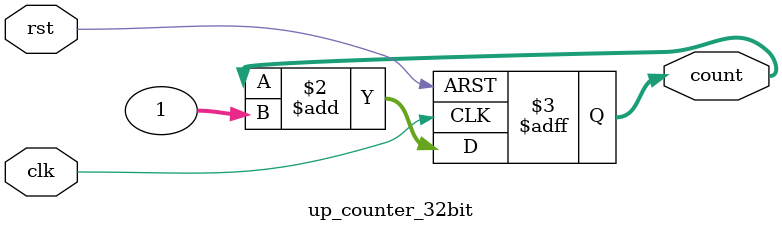
<source format=v>
module up_counter_32bit (
    input wire clk,
    input wire rst,
    output reg [31:0] count
);

// Reset the counter to 0 when the reset signal is active
always @(posedge clk or posedge rst)
begin
    if (rst)
        count <= 0;
    else
        count <= count + 1;
end

endmodule

</source>
